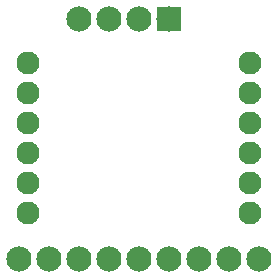
<source format=gts>
G04 MADE WITH FRITZING*
G04 WWW.FRITZING.ORG*
G04 DOUBLE SIDED*
G04 HOLES PLATED*
G04 CONTOUR ON CENTER OF CONTOUR VECTOR*
%ASAXBY*%
%FSLAX23Y23*%
%MOIN*%
%OFA0B0*%
%SFA1.0B1.0*%
%ADD10C,0.084000*%
%ADD11C,0.076929*%
%ADD12R,0.084000X0.084000*%
%LNMASK1*%
G90*
G70*
G54D10*
X564Y862D03*
X464Y862D03*
X364Y862D03*
X264Y862D03*
X64Y62D03*
X164Y62D03*
X264Y62D03*
X364Y62D03*
X464Y62D03*
X564Y62D03*
X664Y62D03*
X764Y62D03*
X864Y62D03*
G54D11*
X834Y714D03*
X834Y614D03*
X834Y514D03*
X834Y414D03*
X834Y314D03*
X834Y214D03*
X94Y714D03*
X94Y614D03*
X94Y514D03*
X94Y414D03*
X94Y314D03*
X94Y214D03*
G54D12*
X564Y862D03*
G04 End of Mask1*
M02*
</source>
